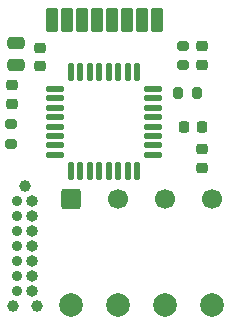
<source format=gbr>
%TF.GenerationSoftware,KiCad,Pcbnew,9.0.3*%
%TF.CreationDate,2025-07-11T23:11:04-05:00*%
%TF.ProjectId,Watch_PCB,57617463-685f-4504-9342-2e6b69636164,rev?*%
%TF.SameCoordinates,Original*%
%TF.FileFunction,Soldermask,Top*%
%TF.FilePolarity,Negative*%
%FSLAX46Y46*%
G04 Gerber Fmt 4.6, Leading zero omitted, Abs format (unit mm)*
G04 Created by KiCad (PCBNEW 9.0.3) date 2025-07-11 23:11:04*
%MOMM*%
%LPD*%
G01*
G04 APERTURE LIST*
G04 Aperture macros list*
%AMRoundRect*
0 Rectangle with rounded corners*
0 $1 Rounding radius*
0 $2 $3 $4 $5 $6 $7 $8 $9 X,Y pos of 4 corners*
0 Add a 4 corners polygon primitive as box body*
4,1,4,$2,$3,$4,$5,$6,$7,$8,$9,$2,$3,0*
0 Add four circle primitives for the rounded corners*
1,1,$1+$1,$2,$3*
1,1,$1+$1,$4,$5*
1,1,$1+$1,$6,$7*
1,1,$1+$1,$8,$9*
0 Add four rect primitives between the rounded corners*
20,1,$1+$1,$2,$3,$4,$5,0*
20,1,$1+$1,$4,$5,$6,$7,0*
20,1,$1+$1,$6,$7,$8,$9,0*
20,1,$1+$1,$8,$9,$2,$3,0*%
G04 Aperture macros list end*
%ADD10RoundRect,0.200000X-0.275000X0.200000X-0.275000X-0.200000X0.275000X-0.200000X0.275000X0.200000X0*%
%ADD11RoundRect,0.125000X0.125000X0.625000X-0.125000X0.625000X-0.125000X-0.625000X0.125000X-0.625000X0*%
%ADD12RoundRect,0.125000X0.625000X0.125000X-0.625000X0.125000X-0.625000X-0.125000X0.625000X-0.125000X0*%
%ADD13RoundRect,0.050800X-0.450000X-0.950000X0.450000X-0.950000X0.450000X0.950000X-0.450000X0.950000X0*%
%ADD14RoundRect,0.225000X0.250000X-0.225000X0.250000X0.225000X-0.250000X0.225000X-0.250000X-0.225000X0*%
%ADD15RoundRect,0.225000X0.225000X0.250000X-0.225000X0.250000X-0.225000X-0.250000X0.225000X-0.250000X0*%
%ADD16RoundRect,0.250000X0.475000X-0.250000X0.475000X0.250000X-0.475000X0.250000X-0.475000X-0.250000X0*%
%ADD17RoundRect,0.200000X0.200000X0.275000X-0.200000X0.275000X-0.200000X-0.275000X0.200000X-0.275000X0*%
%ADD18RoundRect,0.200000X0.275000X-0.200000X0.275000X0.200000X-0.275000X0.200000X-0.275000X-0.200000X0*%
%ADD19C,1.700000*%
%ADD20RoundRect,0.250000X-0.600000X-0.600000X0.600000X-0.600000X0.600000X0.600000X-0.600000X0.600000X0*%
%ADD21C,2.000000*%
%ADD22C,0.990000*%
%ADD23O,0.888600X0.888600*%
%ADD24O,0.990200X0.990200*%
%ADD25RoundRect,0.218750X-0.256250X0.218750X-0.256250X-0.218750X0.256250X-0.218750X0.256250X0.218750X0*%
%ADD26RoundRect,0.225000X-0.250000X0.225000X-0.250000X-0.225000X0.250000X-0.225000X0.250000X0.225000X0*%
G04 APERTURE END LIST*
D10*
%TO.C,1k1*%
X53200000Y-69925000D03*
X53200000Y-71575000D03*
%TD*%
D11*
%TO.C,U1*%
X63875000Y-73875000D03*
X63075000Y-73875000D03*
X62275000Y-73875000D03*
X61475000Y-73875000D03*
X60675000Y-73875000D03*
X59875000Y-73875000D03*
X59075000Y-73875000D03*
X58275000Y-73875000D03*
D12*
X56900000Y-72500000D03*
X56900000Y-71700000D03*
X56900000Y-70900000D03*
X56900000Y-70100000D03*
X56900000Y-69300000D03*
X56900000Y-68500000D03*
X56900000Y-67700000D03*
X56900000Y-66900000D03*
D11*
X58275000Y-65525000D03*
X59075000Y-65525000D03*
X59875000Y-65525000D03*
X60675000Y-65525000D03*
X61475000Y-65525000D03*
X62275000Y-65525000D03*
X63075000Y-65525000D03*
X63875000Y-65525000D03*
D12*
X65250000Y-66900000D03*
X65250000Y-67700000D03*
X65250000Y-68500000D03*
X65250000Y-69300000D03*
X65250000Y-70100000D03*
X65250000Y-70900000D03*
X65250000Y-71700000D03*
X65250000Y-72500000D03*
%TD*%
D13*
%TO.C,U3*%
X65511600Y-61061500D03*
X64241600Y-61061500D03*
X62971600Y-61061500D03*
X61701600Y-61061500D03*
X60431600Y-61061500D03*
X59161600Y-61061500D03*
X57891600Y-61061500D03*
X56621600Y-61061500D03*
%TD*%
D14*
%TO.C,1uF1*%
X69400000Y-73575000D03*
X69400000Y-72025000D03*
%TD*%
D15*
%TO.C,100nF1*%
X69375000Y-70150000D03*
X67825000Y-70150000D03*
%TD*%
D16*
%TO.C,4.7uF1*%
X53580000Y-64930000D03*
X53580000Y-63030000D03*
%TD*%
D14*
%TO.C,100pF1*%
X69400000Y-63325000D03*
X69400000Y-64875000D03*
%TD*%
D17*
%TO.C,10k1*%
X68975000Y-67250000D03*
X67325000Y-67250000D03*
%TD*%
D18*
%TO.C,1M1*%
X67750000Y-64925000D03*
X67750000Y-63275000D03*
%TD*%
D19*
%TO.C,J3*%
X70250000Y-76250000D03*
X66250000Y-76250000D03*
X62250000Y-76250000D03*
D20*
X58250000Y-76250000D03*
D21*
X70250000Y-85250000D03*
X66250000Y-85250000D03*
X62250000Y-85250000D03*
X58250000Y-85250000D03*
%TD*%
D22*
%TO.C,J4*%
X54365000Y-75170000D03*
X55381000Y-85330000D03*
X53349000Y-85330000D03*
D23*
X53730000Y-76440000D03*
X53730000Y-77710000D03*
X53730000Y-78980000D03*
X53730000Y-80250000D03*
X53730000Y-81520000D03*
X53730000Y-82790000D03*
X53730000Y-84060000D03*
D24*
X55000000Y-84060000D03*
X55000000Y-82790000D03*
X55000000Y-81520000D03*
X55000000Y-80250000D03*
X55000000Y-78980000D03*
X55000000Y-77710000D03*
X55000000Y-76440000D03*
%TD*%
D25*
%TO.C,D1*%
X53250000Y-66612500D03*
X53250000Y-68187500D03*
%TD*%
D26*
%TO.C,100nF2*%
X55650000Y-63425000D03*
X55650000Y-64975000D03*
%TD*%
M02*

</source>
